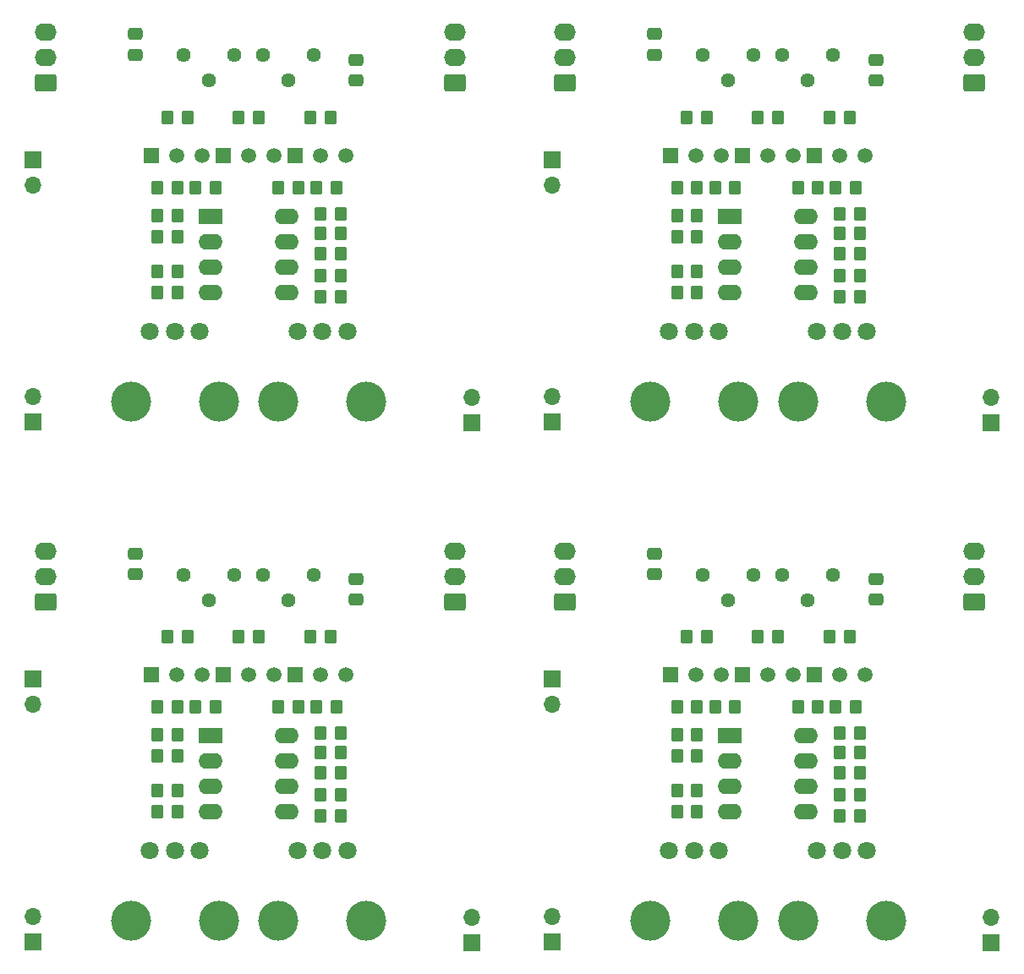
<source format=gbr>
%TF.GenerationSoftware,KiCad,Pcbnew,7.0.7-7.0.7~ubuntu22.04.1*%
%TF.CreationDate,2023-09-26T14:07:37+13:00*%
%TF.ProjectId,VCA,5643412e-6b69-4636-9164-5f7063625858,rev?*%
%TF.SameCoordinates,Original*%
%TF.FileFunction,Soldermask,Top*%
%TF.FilePolarity,Negative*%
%FSLAX46Y46*%
G04 Gerber Fmt 4.6, Leading zero omitted, Abs format (unit mm)*
G04 Created by KiCad (PCBNEW 7.0.7-7.0.7~ubuntu22.04.1) date 2023-09-26 14:07:37*
%MOMM*%
%LPD*%
G01*
G04 APERTURE LIST*
G04 Aperture macros list*
%AMRoundRect*
0 Rectangle with rounded corners*
0 $1 Rounding radius*
0 $2 $3 $4 $5 $6 $7 $8 $9 X,Y pos of 4 corners*
0 Add a 4 corners polygon primitive as box body*
4,1,4,$2,$3,$4,$5,$6,$7,$8,$9,$2,$3,0*
0 Add four circle primitives for the rounded corners*
1,1,$1+$1,$2,$3*
1,1,$1+$1,$4,$5*
1,1,$1+$1,$6,$7*
1,1,$1+$1,$8,$9*
0 Add four rect primitives between the rounded corners*
20,1,$1+$1,$2,$3,$4,$5,0*
20,1,$1+$1,$4,$5,$6,$7,0*
20,1,$1+$1,$6,$7,$8,$9,0*
20,1,$1+$1,$8,$9,$2,$3,0*%
G04 Aperture macros list end*
%ADD10RoundRect,0.250000X-0.350000X-0.450000X0.350000X-0.450000X0.350000X0.450000X-0.350000X0.450000X0*%
%ADD11R,1.500000X1.500000*%
%ADD12C,1.500000*%
%ADD13RoundRect,0.250000X0.350000X0.450000X-0.350000X0.450000X-0.350000X-0.450000X0.350000X-0.450000X0*%
%ADD14R,1.700000X1.700000*%
%ADD15O,1.700000X1.700000*%
%ADD16C,4.000000*%
%ADD17C,1.800000*%
%ADD18C,1.440000*%
%ADD19RoundRect,0.250000X0.475000X-0.337500X0.475000X0.337500X-0.475000X0.337500X-0.475000X-0.337500X0*%
%ADD20RoundRect,0.250000X0.845000X-0.620000X0.845000X0.620000X-0.845000X0.620000X-0.845000X-0.620000X0*%
%ADD21O,2.190000X1.740000*%
%ADD22R,2.400000X1.600000*%
%ADD23O,2.400000X1.600000*%
G04 APERTURE END LIST*
D10*
%TO.C,R16*%
X108019999Y-126700000D03*
X110019999Y-126700000D03*
%TD*%
D11*
%TO.C,Q2*%
X157490000Y-64850000D03*
D12*
X160030000Y-64850000D03*
X162570000Y-64850000D03*
%TD*%
D13*
%TO.C,R15*%
X110020000Y-70700000D03*
X108020000Y-70700000D03*
%TD*%
D10*
%TO.C,R6*%
X159020000Y-61100000D03*
X161020000Y-61100000D03*
%TD*%
D11*
%TO.C,Q1*%
X143080000Y-116860000D03*
D12*
X145620000Y-116860000D03*
X148160000Y-116860000D03*
%TD*%
D14*
%TO.C,J2*%
X79222943Y-143600000D03*
D15*
X79222943Y-141060000D03*
%TD*%
D10*
%TO.C,R4*%
X147520000Y-68100000D03*
X149520000Y-68100000D03*
%TD*%
D16*
%TO.C,GAIN1*%
X97820000Y-89500000D03*
X89020000Y-89500000D03*
D17*
X90920000Y-82500000D03*
X93420000Y-82500000D03*
X95920000Y-82500000D03*
%TD*%
D18*
%TO.C,OFFSET1*%
X94285000Y-54855000D03*
X96825000Y-57395000D03*
X99365000Y-54855000D03*
%TD*%
D10*
%TO.C,R8*%
X144720000Y-61100000D03*
X146720000Y-61100000D03*
%TD*%
D13*
%TO.C,R2*%
X145720000Y-130600000D03*
X143720000Y-130600000D03*
%TD*%
D10*
%TO.C,R6*%
X107019999Y-113100000D03*
X109019999Y-113100000D03*
%TD*%
D19*
%TO.C,C1*%
X163615000Y-57375000D03*
X163615000Y-55300000D03*
%TD*%
D20*
%TO.C,J4*%
X132520000Y-109600000D03*
D21*
X132520000Y-107060000D03*
X132520000Y-104520000D03*
%TD*%
D14*
%TO.C,J2*%
X131222944Y-143600000D03*
D15*
X131222944Y-141060000D03*
%TD*%
D11*
%TO.C,Q2*%
X105489999Y-116850000D03*
D12*
X108029999Y-116850000D03*
X110569999Y-116850000D03*
%TD*%
D10*
%TO.C,R6*%
X107020000Y-61100000D03*
X109020000Y-61100000D03*
%TD*%
%TO.C,R4*%
X95520000Y-68100000D03*
X97520000Y-68100000D03*
%TD*%
D16*
%TO.C,CV_AMOUNT1*%
X112619999Y-141500000D03*
X103819999Y-141500000D03*
D17*
X105719999Y-134500000D03*
X108219999Y-134500000D03*
X110719999Y-134500000D03*
%TD*%
D10*
%TO.C,R8*%
X92719999Y-113100000D03*
X94719999Y-113100000D03*
%TD*%
%TO.C,R11*%
X99820000Y-61100000D03*
X101820000Y-61100000D03*
%TD*%
D13*
%TO.C,R2*%
X93720000Y-78600000D03*
X91720000Y-78600000D03*
%TD*%
D18*
%TO.C,OFFSET1*%
X146285000Y-54855000D03*
X148825000Y-57395000D03*
X151365000Y-54855000D03*
%TD*%
D19*
%TO.C,C1*%
X163615000Y-109375000D03*
X163615000Y-107300000D03*
%TD*%
%TO.C,C2*%
X89449999Y-106812500D03*
X89449999Y-104737500D03*
%TD*%
D14*
%TO.C,J2*%
X79222944Y-91600000D03*
D15*
X79222944Y-89060000D03*
%TD*%
D14*
%TO.C,J3*%
X123199999Y-143675000D03*
D15*
X123199999Y-141135000D03*
%TD*%
D10*
%TO.C,R10*%
X107619999Y-120100000D03*
X109619999Y-120100000D03*
%TD*%
%TO.C,R8*%
X144720000Y-113100000D03*
X146720000Y-113100000D03*
%TD*%
D19*
%TO.C,C1*%
X111614999Y-109375000D03*
X111614999Y-107300000D03*
%TD*%
D10*
%TO.C,R1*%
X91720000Y-68100000D03*
X93720000Y-68100000D03*
%TD*%
D11*
%TO.C,Q2*%
X105490000Y-64850000D03*
D12*
X108030000Y-64850000D03*
X110570000Y-64850000D03*
%TD*%
D10*
%TO.C,R9*%
X155820000Y-120100000D03*
X157820000Y-120100000D03*
%TD*%
%TO.C,R10*%
X159620000Y-120100000D03*
X161620000Y-120100000D03*
%TD*%
D20*
%TO.C,J5*%
X121480000Y-57580000D03*
D21*
X121480000Y-55040000D03*
X121480000Y-52500000D03*
%TD*%
D10*
%TO.C,R1*%
X143720000Y-68100000D03*
X145720000Y-68100000D03*
%TD*%
D13*
%TO.C,R7*%
X93719999Y-122900000D03*
X91719999Y-122900000D03*
%TD*%
D18*
%TO.C,LEVEL1*%
X154285000Y-106855000D03*
X156825000Y-109395000D03*
X159365000Y-106855000D03*
%TD*%
D10*
%TO.C,R5*%
X91719999Y-125000000D03*
X93719999Y-125000000D03*
%TD*%
D13*
%TO.C,R3*%
X145720000Y-76500000D03*
X143720000Y-76500000D03*
%TD*%
D18*
%TO.C,LEVEL1*%
X102284999Y-106855000D03*
X104824999Y-109395000D03*
X107364999Y-106855000D03*
%TD*%
D14*
%TO.C,J1*%
X79222944Y-65280000D03*
D15*
X79222944Y-67820000D03*
%TD*%
D18*
%TO.C,OFFSET1*%
X94284999Y-106855000D03*
X96824999Y-109395000D03*
X99364999Y-106855000D03*
%TD*%
D22*
%TO.C,U1*%
X97000000Y-71000000D03*
D23*
X97000000Y-73540000D03*
X97000000Y-76080000D03*
X97000000Y-78620000D03*
X104620000Y-78620000D03*
X104620000Y-76080000D03*
X104620000Y-73540000D03*
X104620000Y-71000000D03*
%TD*%
D10*
%TO.C,R5*%
X143720000Y-125000000D03*
X145720000Y-125000000D03*
%TD*%
D19*
%TO.C,C2*%
X141450000Y-54812500D03*
X141450000Y-52737500D03*
%TD*%
D14*
%TO.C,J1*%
X131222944Y-117280000D03*
D15*
X131222944Y-119820000D03*
%TD*%
D13*
%TO.C,R7*%
X145720000Y-70900000D03*
X143720000Y-70900000D03*
%TD*%
D10*
%TO.C,R10*%
X159620000Y-68100000D03*
X161620000Y-68100000D03*
%TD*%
D14*
%TO.C,J1*%
X79222943Y-117280000D03*
D15*
X79222943Y-119820000D03*
%TD*%
D10*
%TO.C,R11*%
X151820000Y-113100000D03*
X153820000Y-113100000D03*
%TD*%
D18*
%TO.C,LEVEL1*%
X154285000Y-54855000D03*
X156825000Y-57395000D03*
X159365000Y-54855000D03*
%TD*%
D11*
%TO.C,Q1*%
X91079999Y-116860000D03*
D12*
X93619999Y-116860000D03*
X96159999Y-116860000D03*
%TD*%
D20*
%TO.C,J4*%
X80519999Y-109600000D03*
D21*
X80519999Y-107060000D03*
X80519999Y-104520000D03*
%TD*%
D11*
%TO.C,Q3*%
X98279999Y-116860000D03*
D12*
X100819999Y-116860000D03*
X103359999Y-116860000D03*
%TD*%
D14*
%TO.C,J3*%
X175200000Y-91675000D03*
D15*
X175200000Y-89135000D03*
%TD*%
D11*
%TO.C,Q1*%
X143080000Y-64860000D03*
D12*
X145620000Y-64860000D03*
X148160000Y-64860000D03*
%TD*%
D19*
%TO.C,C2*%
X141450000Y-106812500D03*
X141450000Y-104737500D03*
%TD*%
D22*
%TO.C,U1*%
X149000000Y-71000000D03*
D23*
X149000000Y-73540000D03*
X149000000Y-76080000D03*
X149000000Y-78620000D03*
X156620000Y-78620000D03*
X156620000Y-76080000D03*
X156620000Y-73540000D03*
X156620000Y-71000000D03*
%TD*%
D10*
%TO.C,R9*%
X103820000Y-68100000D03*
X105820000Y-68100000D03*
%TD*%
D13*
%TO.C,R12*%
X110019999Y-128900000D03*
X108019999Y-128900000D03*
%TD*%
D14*
%TO.C,J2*%
X131222944Y-91600000D03*
D15*
X131222944Y-89060000D03*
%TD*%
D13*
%TO.C,R3*%
X93720000Y-76500000D03*
X91720000Y-76500000D03*
%TD*%
D10*
%TO.C,R4*%
X147520000Y-120100000D03*
X149520000Y-120100000D03*
%TD*%
%TO.C,R11*%
X99819999Y-113100000D03*
X101819999Y-113100000D03*
%TD*%
D13*
%TO.C,R2*%
X93719999Y-130600000D03*
X91719999Y-130600000D03*
%TD*%
D10*
%TO.C,R16*%
X160020000Y-126700000D03*
X162020000Y-126700000D03*
%TD*%
D16*
%TO.C,GAIN1*%
X149820000Y-89500000D03*
X141020000Y-89500000D03*
D17*
X142920000Y-82500000D03*
X145420000Y-82500000D03*
X147920000Y-82500000D03*
%TD*%
D11*
%TO.C,Q3*%
X98280000Y-64860000D03*
D12*
X100820000Y-64860000D03*
X103360000Y-64860000D03*
%TD*%
D13*
%TO.C,R12*%
X110020000Y-76900000D03*
X108020000Y-76900000D03*
%TD*%
D14*
%TO.C,J1*%
X131222944Y-65280000D03*
D15*
X131222944Y-67820000D03*
%TD*%
D13*
%TO.C,R14*%
X110019999Y-131000000D03*
X108019999Y-131000000D03*
%TD*%
D10*
%TO.C,R5*%
X91720000Y-73000000D03*
X93720000Y-73000000D03*
%TD*%
%TO.C,R5*%
X143720000Y-73000000D03*
X145720000Y-73000000D03*
%TD*%
D13*
%TO.C,R13*%
X110019999Y-124700000D03*
X108019999Y-124700000D03*
%TD*%
%TO.C,R13*%
X110020000Y-72700000D03*
X108020000Y-72700000D03*
%TD*%
D20*
%TO.C,J5*%
X173480000Y-109580000D03*
D21*
X173480000Y-107040000D03*
X173480000Y-104500000D03*
%TD*%
D13*
%TO.C,R14*%
X110020000Y-79000000D03*
X108020000Y-79000000D03*
%TD*%
D16*
%TO.C,GAIN1*%
X149820000Y-141500000D03*
X141020000Y-141500000D03*
D17*
X142920000Y-134500000D03*
X145420000Y-134500000D03*
X147920000Y-134500000D03*
%TD*%
D13*
%TO.C,R2*%
X145720000Y-78600000D03*
X143720000Y-78600000D03*
%TD*%
D20*
%TO.C,J4*%
X80520000Y-57600000D03*
D21*
X80520000Y-55060000D03*
X80520000Y-52520000D03*
%TD*%
D11*
%TO.C,Q3*%
X150280000Y-116860000D03*
D12*
X152820000Y-116860000D03*
X155360000Y-116860000D03*
%TD*%
D13*
%TO.C,R7*%
X93720000Y-70900000D03*
X91720000Y-70900000D03*
%TD*%
D18*
%TO.C,OFFSET1*%
X146285000Y-106855000D03*
X148825000Y-109395000D03*
X151365000Y-106855000D03*
%TD*%
D11*
%TO.C,Q1*%
X91080000Y-64860000D03*
D12*
X93620000Y-64860000D03*
X96160000Y-64860000D03*
%TD*%
D13*
%TO.C,R7*%
X145720000Y-122900000D03*
X143720000Y-122900000D03*
%TD*%
%TO.C,R13*%
X162020000Y-72700000D03*
X160020000Y-72700000D03*
%TD*%
D20*
%TO.C,J5*%
X173480000Y-57580000D03*
D21*
X173480000Y-55040000D03*
X173480000Y-52500000D03*
%TD*%
D13*
%TO.C,R3*%
X93719999Y-128500000D03*
X91719999Y-128500000D03*
%TD*%
%TO.C,R15*%
X162020000Y-122700000D03*
X160020000Y-122700000D03*
%TD*%
D10*
%TO.C,R11*%
X151820000Y-61100000D03*
X153820000Y-61100000D03*
%TD*%
D16*
%TO.C,CV_AMOUNT1*%
X164620000Y-141500000D03*
X155820000Y-141500000D03*
D17*
X157720000Y-134500000D03*
X160220000Y-134500000D03*
X162720000Y-134500000D03*
%TD*%
D10*
%TO.C,R9*%
X155820000Y-68100000D03*
X157820000Y-68100000D03*
%TD*%
%TO.C,R6*%
X159020000Y-113100000D03*
X161020000Y-113100000D03*
%TD*%
D22*
%TO.C,U1*%
X96999999Y-123000000D03*
D23*
X96999999Y-125540000D03*
X96999999Y-128080000D03*
X96999999Y-130620000D03*
X104619999Y-130620000D03*
X104619999Y-128080000D03*
X104619999Y-125540000D03*
X104619999Y-123000000D03*
%TD*%
D10*
%TO.C,R1*%
X91719999Y-120100000D03*
X93719999Y-120100000D03*
%TD*%
D13*
%TO.C,R3*%
X145720000Y-128500000D03*
X143720000Y-128500000D03*
%TD*%
D14*
%TO.C,J3*%
X123200000Y-91675000D03*
D15*
X123200000Y-89135000D03*
%TD*%
D16*
%TO.C,GAIN1*%
X97819999Y-141500000D03*
X89019999Y-141500000D03*
D17*
X90919999Y-134500000D03*
X93419999Y-134500000D03*
X95919999Y-134500000D03*
%TD*%
D11*
%TO.C,Q3*%
X150280000Y-64860000D03*
D12*
X152820000Y-64860000D03*
X155360000Y-64860000D03*
%TD*%
D13*
%TO.C,R12*%
X162020000Y-76900000D03*
X160020000Y-76900000D03*
%TD*%
D22*
%TO.C,U1*%
X149000000Y-123000000D03*
D23*
X149000000Y-125540000D03*
X149000000Y-128080000D03*
X149000000Y-130620000D03*
X156620000Y-130620000D03*
X156620000Y-128080000D03*
X156620000Y-125540000D03*
X156620000Y-123000000D03*
%TD*%
D20*
%TO.C,J4*%
X132520000Y-57600000D03*
D21*
X132520000Y-55060000D03*
X132520000Y-52520000D03*
%TD*%
D19*
%TO.C,C1*%
X111615000Y-57375000D03*
X111615000Y-55300000D03*
%TD*%
D10*
%TO.C,R10*%
X107620000Y-68100000D03*
X109620000Y-68100000D03*
%TD*%
D16*
%TO.C,CV_AMOUNT1*%
X164620000Y-89500000D03*
X155820000Y-89500000D03*
D17*
X157720000Y-82500000D03*
X160220000Y-82500000D03*
X162720000Y-82500000D03*
%TD*%
D18*
%TO.C,LEVEL1*%
X102285000Y-54855000D03*
X104825000Y-57395000D03*
X107365000Y-54855000D03*
%TD*%
D10*
%TO.C,R4*%
X95519999Y-120100000D03*
X97519999Y-120100000D03*
%TD*%
%TO.C,R16*%
X108020000Y-74700000D03*
X110020000Y-74700000D03*
%TD*%
D13*
%TO.C,R13*%
X162020000Y-124700000D03*
X160020000Y-124700000D03*
%TD*%
%TO.C,R15*%
X162020000Y-70700000D03*
X160020000Y-70700000D03*
%TD*%
D16*
%TO.C,CV_AMOUNT1*%
X112620000Y-89500000D03*
X103820000Y-89500000D03*
D17*
X105720000Y-82500000D03*
X108220000Y-82500000D03*
X110720000Y-82500000D03*
%TD*%
D10*
%TO.C,R1*%
X143720000Y-120100000D03*
X145720000Y-120100000D03*
%TD*%
D20*
%TO.C,J5*%
X121479999Y-109580000D03*
D21*
X121479999Y-107040000D03*
X121479999Y-104500000D03*
%TD*%
D10*
%TO.C,R9*%
X103819999Y-120100000D03*
X105819999Y-120100000D03*
%TD*%
D14*
%TO.C,J3*%
X175200000Y-143675000D03*
D15*
X175200000Y-141135000D03*
%TD*%
D10*
%TO.C,R16*%
X160020000Y-74700000D03*
X162020000Y-74700000D03*
%TD*%
D11*
%TO.C,Q2*%
X157490000Y-116850000D03*
D12*
X160030000Y-116850000D03*
X162570000Y-116850000D03*
%TD*%
D19*
%TO.C,C2*%
X89450000Y-54812500D03*
X89450000Y-52737500D03*
%TD*%
D10*
%TO.C,R8*%
X92720000Y-61100000D03*
X94720000Y-61100000D03*
%TD*%
D13*
%TO.C,R15*%
X110019999Y-122700000D03*
X108019999Y-122700000D03*
%TD*%
%TO.C,R12*%
X162020000Y-128900000D03*
X160020000Y-128900000D03*
%TD*%
%TO.C,R14*%
X162020000Y-79000000D03*
X160020000Y-79000000D03*
%TD*%
%TO.C,R14*%
X162020000Y-131000000D03*
X160020000Y-131000000D03*
%TD*%
M02*

</source>
